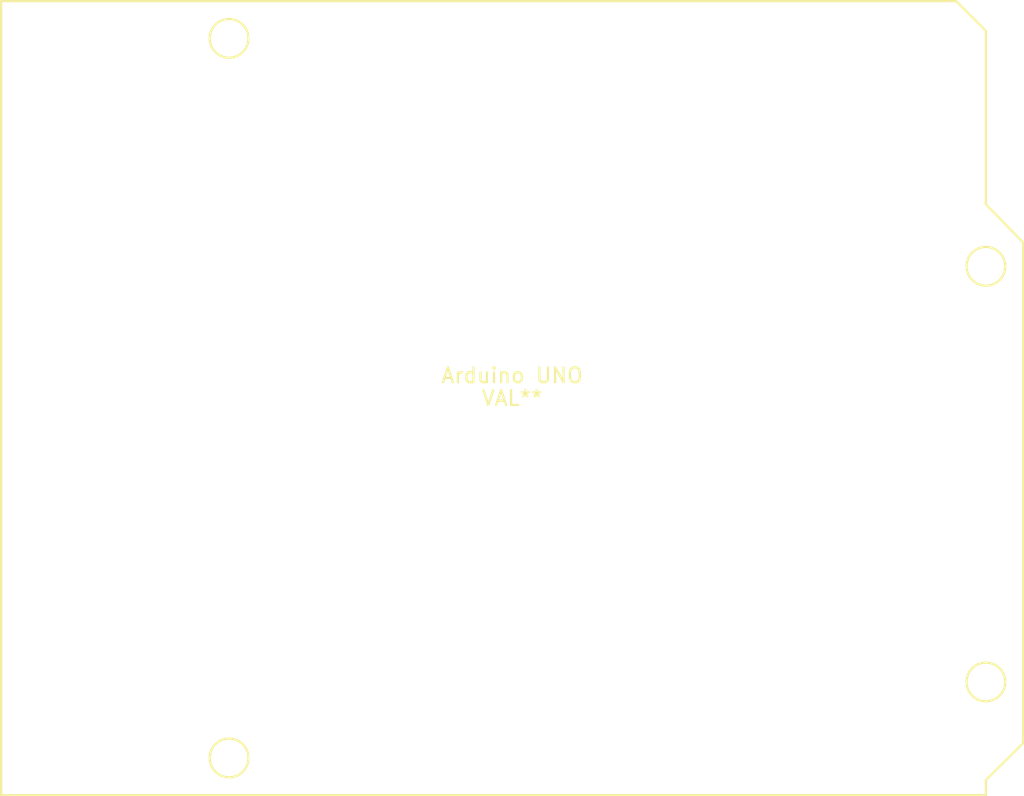
<source format=kicad_pcb>
(kicad_pcb (version 3) (host pcbnew "(2013-07-07 BZR 4022)-stable")

  (general
    (links 0)
    (no_connects 0)
    (area 0 0 0 0)
    (thickness 1.6)
    (drawings 0)
    (tracks 0)
    (zones 0)
    (modules 1)
    (nets 1)
  )

  (page A3)
  (layers
    (15 F.Cu signal)
    (0 B.Cu signal)
    (16 B.Adhes user)
    (17 F.Adhes user)
    (18 B.Paste user)
    (19 F.Paste user)
    (20 B.SilkS user)
    (21 F.SilkS user)
    (22 B.Mask user)
    (23 F.Mask user)
    (24 Dwgs.User user)
    (25 Cmts.User user)
    (26 Eco1.User user)
    (27 Eco2.User user)
    (28 Edge.Cuts user)
  )

  (setup
    (last_trace_width 0.254)
    (trace_clearance 0.254)
    (zone_clearance 0.508)
    (zone_45_only no)
    (trace_min 0.254)
    (segment_width 0.2)
    (edge_width 0.1)
    (via_size 0.889)
    (via_drill 0.635)
    (via_min_size 0.889)
    (via_min_drill 0.508)
    (uvia_size 0.508)
    (uvia_drill 0.127)
    (uvias_allowed no)
    (uvia_min_size 0.508)
    (uvia_min_drill 0.127)
    (pcb_text_width 0.3)
    (pcb_text_size 1.5 1.5)
    (mod_edge_width 0.15)
    (mod_text_size 1 1)
    (mod_text_width 0.15)
    (pad_size 1.5 1.5)
    (pad_drill 0.6)
    (pad_to_mask_clearance 0)
    (aux_axis_origin 0 0)
    (visible_elements 7FFFFFFF)
    (pcbplotparams
      (layerselection 3178497)
      (usegerberextensions true)
      (excludeedgelayer true)
      (linewidth 0.150000)
      (plotframeref false)
      (viasonmask false)
      (mode 1)
      (useauxorigin false)
      (hpglpennumber 1)
      (hpglpenspeed 20)
      (hpglpendiameter 15)
      (hpglpenoverlay 2)
      (psnegative false)
      (psa4output false)
      (plotreference true)
      (plotvalue true)
      (plotothertext true)
      (plotinvisibletext false)
      (padsonsilk false)
      (subtractmaskfromsilk false)
      (outputformat 1)
      (mirror false)
      (drillshape 1)
      (scaleselection 1)
      (outputdirectory ""))
  )

  (net 0 "")

  (net_class Default "This is the default net class."
    (clearance 0.254)
    (trace_width 0.254)
    (via_dia 0.889)
    (via_drill 0.635)
    (uvia_dia 0.508)
    (uvia_drill 0.127)
    (add_net "")
  )

  (module Arduino_UNO (layer F.Cu) (tedit 52EAC7ED) (tstamp 52EB25DC)
    (at 216.916 137.033)
    (fp_text reference "Arduino UNO" (at 0 -1.524) (layer F.SilkS)
      (effects (font (size 1 1) (thickness 0.15)))
    )
    (fp_text value VAL** (at 0 0) (layer F.SilkS)
      (effects (font (size 1 1) (thickness 0.15)))
    )
    (fp_line (start 31.8 -24.65) (end 29.8 -26.65) (layer F.SilkS) (width 0.15))
    (fp_line (start 31.8 25.63876) (end 34.3 23.1521) (layer F.SilkS) (width 0.15))
    (fp_line (start 31.8 26.6446) (end 31.8 25.63876) (layer F.SilkS) (width 0.15))
    (fp_line (start 34.3027 -10.44448) (end 31.8008 -13.00988) (layer F.SilkS) (width 0.15))
    (fp_line (start 31.8 -13.0048) (end 31.8 -24.65) (layer F.SilkS) (width 0.15))
    (fp_line (start 34.3 -10.45) (end 34.3 23.15) (layer F.SilkS) (width 0.15))
    (fp_circle (center 31.8 -8.85) (end 33.1 -8.85) (layer F.SilkS) (width 0.15))
    (fp_circle (center 31.8 19.05) (end 33.1 19.05) (layer F.SilkS) (width 0.15))
    (fp_circle (center -19 24.15) (end -20.3 24.15) (layer F.SilkS) (width 0.15))
    (fp_circle (center -19 -24.15) (end -20.3 -24.15) (layer F.SilkS) (width 0.15))
    (fp_line (start -34.3 -26.65) (end 29.8 -26.65) (layer F.SilkS) (width 0.15))
    (fp_line (start -34.3 26.65) (end -34.3 -26.65) (layer F.SilkS) (width 0.15))
    (fp_line (start -34.3 26.65) (end 31.8 26.65) (layer F.SilkS) (width 0.15))
  )

)

</source>
